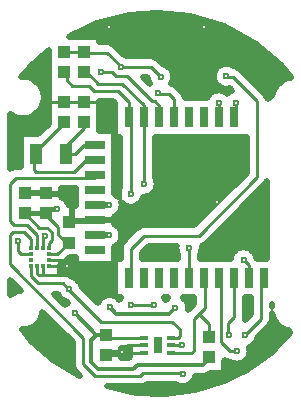
<source format=gbr>
G04 DipTrace 3.2.0.1*
G04 Âåðõíèé.gbr*
%MOIN*%
G04 #@! TF.FileFunction,Copper,L1,Top*
G04 #@! TF.Part,Single*
%ADD35C,0.011811*%
G04 #@! TA.AperFunction,CopperBalancing*
%ADD10C,0.009843*%
G04 #@! TA.AperFunction,ViaPad*
%ADD15C,0.023622*%
G04 #@! TA.AperFunction,CopperBalancing*
%ADD16C,0.019685*%
G04 #@! TA.AperFunction,Conductor*
%ADD17C,0.01378*%
%ADD18C,0.015748*%
%ADD20R,0.03937X0.043307*%
%ADD25R,0.031496X0.066929*%
%ADD26R,0.066929X0.031496*%
%ADD28R,0.031496X0.011811*%
%ADD29R,0.025591X0.05315*%
%ADD32R,0.012795X0.011811*%
%ADD33R,0.011811X0.012795*%
%ADD34R,0.03937X0.070866*%
%FSLAX26Y26*%
G04*
G70*
G90*
G75*
G01*
G04 Top*
%LPD*%
X-162354Y-5085D2*
D16*
X-208661D1*
Y-5315D1*
X-123454Y456072D2*
D10*
X-22442D1*
X10446Y423184D1*
X59495Y-346148D2*
D17*
X37517Y-368126D1*
X-137789D1*
X-160371Y-345543D1*
X-45276Y-446850D2*
D10*
X-160945D1*
X-171260Y-436535D1*
D17*
X-201400D1*
X-205269D1*
X-276787Y-365017D1*
X-201400Y-436535D2*
X-220781Y-455916D1*
Y-527630D1*
X-197387Y-551024D1*
X-80987D1*
X-66757Y-536794D1*
X150504D1*
X161013Y-526285D1*
Y-522845D1*
X171260Y-512598D1*
X-421171Y-168995D2*
D10*
X-454261D1*
X-464083Y-159173D1*
Y-124857D1*
X-362115Y-149310D2*
Y-129909D1*
X-352640Y-120434D1*
Y-95007D1*
X-368014Y-79633D1*
X-394362D1*
X-441541Y-32454D1*
Y-30126D1*
X-334739Y-17765D2*
D18*
X-359531D1*
D10*
X-372499Y-30732D1*
D18*
X-441541D1*
Y-30126D1*
X-372499Y-30732D2*
D10*
Y-37789D1*
X-332643Y-77644D1*
Y-102982D1*
X-313155Y-122470D1*
X-303469D1*
X-296407Y-129532D1*
X-362115Y-168995D2*
X-335870D1*
X-296407Y-129532D1*
X-123454Y456072D2*
Y457930D1*
X-169214Y503690D1*
X-243454D1*
X-244488Y504724D1*
X-313780D1*
X-162345Y-105454D2*
D16*
X-208661Y-105315D1*
X255512Y-248031D2*
D10*
Y-379218D1*
X235636Y-399093D1*
Y-435125D1*
X237304Y-436793D1*
X205512Y-248031D2*
X210850D1*
Y-460396D1*
X241924Y-491470D1*
X264450D1*
X-208661Y-55315D2*
D16*
X-125150D1*
X135822D1*
X196241Y5105D1*
X152938Y589760D2*
D10*
X-159171D1*
X-160852Y588079D1*
X-45276Y-472441D2*
X-97301D1*
X-119341Y-494482D1*
X-45276Y-498031D2*
X-115791D1*
X-119341Y-494482D1*
D18*
X-162277D1*
D10*
X-171260Y-503465D1*
X-125150Y-55315D2*
D17*
Y-181073D1*
X-152913Y-208837D1*
X-302984D1*
X-322844D1*
D10*
Y-208365D1*
X-362115D1*
Y-188680D2*
X-302984D1*
Y-208837D1*
Y-228391D1*
X-312640Y-238047D1*
X-381801D1*
Y-208365D1*
X-303067Y-209196D2*
X-302984Y-208837D1*
X-208661Y-55315D2*
D16*
Y-59239D1*
X-293044D1*
D10*
X-296407Y-62603D1*
D16*
X-285735D1*
Y15223D1*
X-304323Y33811D1*
X-370113D1*
X-372499Y36197D1*
X-441541Y36803D2*
X-372499D1*
Y36197D1*
D10*
Y36803D1*
X-125150Y-55315D2*
Y190990D1*
X-150955Y216795D1*
Y299846D1*
X-190479Y339370D1*
X-244488D1*
X-313780D1*
X-381801Y-238047D2*
X-396177D1*
X-401486Y-232739D1*
Y-208365D1*
X5512Y287402D2*
Y326491D1*
X-9640Y341643D1*
X-18959D1*
X-102484Y425168D1*
X-137236D1*
X-152626Y440558D1*
X-187240D1*
X260538Y335492D2*
Y292428D1*
X255512Y287402D1*
X-421171Y-149310D2*
Y-118970D1*
X-445634Y-94507D1*
X-482490D1*
X-492243Y-104260D1*
Y-202339D1*
X-248202Y-446379D1*
Y-533900D1*
X-208062Y-574041D1*
X-58734D1*
X-50343Y-565650D1*
X83083D1*
Y-567714D1*
X81161Y-472538D2*
X45373D1*
X45276Y-472441D1*
X-89286Y-337463D2*
X-13375D1*
Y-337438D1*
X-89113Y31471D2*
Y282026D1*
X-94488Y287402D1*
X-313780Y437795D2*
X-303724D1*
Y411118D1*
X-284970Y392364D1*
X-228344D1*
X-213182Y377202D1*
X-132573D1*
X-95777Y340406D1*
Y288690D1*
X-94488Y287402D1*
X355512Y-248031D2*
X345365D1*
Y-383505D1*
X291138Y-437732D1*
X203539Y336154D2*
Y289374D1*
X205512Y287402D1*
X55512D2*
Y349001D1*
X38696Y365818D1*
X2458D1*
X568Y367707D1*
X305512Y-248031D2*
Y-205955D1*
X286266Y-186710D1*
X45276Y-498031D2*
X112201D1*
X120709Y-489524D1*
Y-385465D1*
X138243Y-367930D1*
X158081Y-348092D1*
Y-250601D1*
X155512Y-248031D1*
X171260Y-445669D2*
Y-400948D1*
X138243Y-367930D1*
X-421171Y-208365D2*
Y-241615D1*
X-397235Y-265551D1*
X-314720D1*
X-294148Y-286123D1*
X-187360Y-392912D1*
X49329D1*
X74916Y-418499D1*
Y-441308D1*
X69374Y-446850D1*
X45276D1*
X-293861Y-285835D2*
X-294148Y-286123D1*
X-45203Y65382D2*
Y286686D1*
X-44488Y287402D1*
X-244488Y437795D2*
X-236469D1*
X-199192Y400518D1*
X-118175D1*
X-46892Y329236D1*
Y289806D1*
X-44488Y287402D1*
X104684Y-146621D2*
Y-247203D1*
X105512Y-248031D1*
X-376833Y-109175D2*
Y-106900D1*
X-381801D1*
Y-149310D1*
X-208268Y94685D2*
Y86062D1*
X-471857D1*
X-492475Y65444D1*
Y-57223D1*
X-477572Y-72126D1*
X-434969D1*
X-401486Y-105609D1*
Y-149310D1*
X-244488Y272441D2*
Y253602D1*
X-317655Y180436D1*
Y178004D1*
X-306056Y166406D1*
X-208661Y194685D2*
X-246290D1*
X-274570Y166406D1*
X-306056D1*
X-313780Y272441D2*
Y267395D1*
X-409626Y171549D1*
X-404482Y166406D1*
X-208661Y144685D2*
X-239913D1*
X-278412Y106186D1*
X-406552D1*
X-413417Y113051D1*
Y157470D1*
X-404482Y166406D1*
X-94488Y-248031D2*
X-88058D1*
Y-149383D1*
X-44885Y-106210D1*
X137147D1*
X332297Y88940D1*
Y341925D1*
X250572Y423650D1*
X230104D1*
X228940Y424814D1*
D15*
X-376833Y-109175D3*
X237304Y-436793D3*
X264450Y-491470D3*
X196241Y5105D3*
X-162354Y-5085D3*
X260538Y335492D3*
X203539Y336154D3*
X228940Y424814D3*
X568Y367707D3*
X10446Y423184D3*
X-123454Y456072D3*
X152938Y589760D3*
X-160852Y588079D3*
X-187240Y440558D3*
X59495Y-346148D3*
X-160371Y-345543D3*
X291138Y-437732D3*
X286266Y-186710D3*
X-119341Y-494482D3*
X-276787Y-365017D3*
X-303067Y-209196D3*
X-464083Y-124857D3*
X83083Y-567714D3*
X81161Y-472538D3*
X104684Y-146621D3*
X-334739Y-17765D3*
X-293861Y-285835D3*
X-45203Y65382D3*
X-13375Y-337438D3*
X-89286Y-337463D3*
X-89113Y31471D3*
X-162345Y-105454D3*
X-143451Y616685D2*
D16*
X134446D1*
X-209622Y597131D2*
X202196D1*
X-253042Y577577D2*
X244324D1*
X-293017Y558024D2*
X278665D1*
X-161572Y538470D2*
X312970D1*
X-132650Y518916D2*
X340781D1*
X-375012Y499362D2*
X-365743D1*
X-113093D2*
X364356D1*
X-397619Y479808D2*
X-365744D1*
X5612D2*
X387932D1*
X-419257Y460255D2*
X-365744D1*
X32417D2*
X204205D1*
X253678D2*
X410827D1*
X-436554Y440701D2*
X-365744D1*
X50718D2*
X187950D1*
X285329D2*
X427764D1*
X-429520Y421147D2*
X-365744D1*
X54486D2*
X185007D1*
X304886D2*
X444736D1*
X-396542Y401593D2*
X-365744D1*
X48601D2*
X191825D1*
X324442D2*
X402106D1*
X-383625Y382039D2*
X-365744D1*
X74259D2*
X240377D1*
X344000D2*
X387969D1*
X-378314Y362486D2*
X-365715D1*
X90047D2*
X168680D1*
X362874D2*
X380647D1*
X-378780Y342932D2*
X-365734D1*
X-385167Y323378D2*
X-365744D1*
X-192505D2*
X-142508D1*
X-399808Y303824D2*
X-365744D1*
X-192505D2*
X-142508D1*
X-489661Y284270D2*
X-365744D1*
X-192505D2*
X-142508D1*
X-489661Y264717D2*
X-368256D1*
X-192505D2*
X-142508D1*
X-489661Y245163D2*
X-387812D1*
X-192505D2*
X-142508D1*
X-489661Y225609D2*
X-456459D1*
X-489661Y206055D2*
X-456459D1*
X-142913D2*
X-126324D1*
X-7988D2*
X295100D1*
X-489661Y186501D2*
X-456459D1*
X-142913D2*
X-126324D1*
X-7988D2*
X295100D1*
X-489661Y166948D2*
X-456459D1*
X-142913D2*
X-126324D1*
X-7988D2*
X295100D1*
X-489661Y147394D2*
X-456459D1*
X-142913D2*
X-126324D1*
X-7988D2*
X295100D1*
X-489661Y127840D2*
X-456459D1*
X-142518D2*
X-126324D1*
X-7988D2*
X295100D1*
X-142518Y108286D2*
X-126324D1*
X-7988D2*
X295100D1*
X-142518Y88732D2*
X-126324D1*
X-7988D2*
X280280D1*
X-142518Y69178D2*
X-126324D1*
X-1278D2*
X260723D1*
X-320539Y49625D2*
X-274419D1*
X-142518D2*
X-129088D1*
X-4185D2*
X241165D1*
X344789D2*
X362885D1*
X-320539Y30071D2*
X-274419D1*
X-20261D2*
X221644D1*
X325232D2*
X362849D1*
X-301556Y10517D2*
X-274419D1*
X-50583D2*
X202088D1*
X305676D2*
X362814D1*
X-118440Y-9037D2*
X-102640D1*
X-75594D2*
X182531D1*
X286118D2*
X362814D1*
X-125437Y-28591D2*
X162974D1*
X266562D2*
X362777D1*
X-142913Y-48144D2*
X143417D1*
X247005D2*
X362741D1*
X-141693Y-67698D2*
X123861D1*
X227448D2*
X362741D1*
X-122387Y-87252D2*
X-77738D1*
X207891D2*
X362706D1*
X-118261Y-106806D2*
X-97294D1*
X188333D2*
X362669D1*
X-123786Y-126360D2*
X-116707D1*
X168812D2*
X362669D1*
X-142913Y-145913D2*
X-125104D1*
X-32785D2*
X60597D1*
X148790D2*
X273785D1*
X298749D2*
X362634D1*
X-142913Y-165467D2*
X-125248D1*
X-50870D2*
X65046D1*
X144340D2*
X247912D1*
X324622D2*
X362598D1*
X-296785Y-185021D2*
X-274419D1*
X-323446Y-204575D2*
X-142508D1*
X-323446Y-224129D2*
X-142508D1*
X-284799Y-243682D2*
X-142508D1*
X-489661Y-263236D2*
X-483167D1*
X-256343D2*
X-142508D1*
X-489661Y-282790D2*
X-463600D1*
X-245685D2*
X-142508D1*
X-226129Y-302344D2*
X-142508D1*
X-206571Y-321898D2*
X-197196D1*
X95896D2*
X120882D1*
X292720D2*
X308161D1*
X103324Y-341451D2*
X112916D1*
X292720D2*
X308161D1*
X292720Y-361005D2*
X308161D1*
X-387285Y-380559D2*
X-365815D1*
X-400597Y-400113D2*
X-346259D1*
X378412D2*
X395181D1*
X-450584Y-419667D2*
X-326702D1*
X361009D2*
X424570D1*
X-434257Y-439220D2*
X-307144D1*
X341451D2*
X432715D1*
X-417749Y-458774D2*
X-287623D1*
X329610D2*
X413446D1*
X-395538Y-478328D2*
X-285399D1*
X306429D2*
X394211D1*
X-373361Y-497882D2*
X-285399D1*
X-119301D2*
X-93311D1*
X308043D2*
X374942D1*
X-351185Y-517436D2*
X-285399D1*
X299575D2*
X347957D1*
X-320361Y-536990D2*
X-285256D1*
X223214D2*
X320685D1*
X-287885Y-556543D2*
X-277181D1*
X223214D2*
X292373D1*
X126325Y-576097D2*
X252433D1*
X116566Y-595651D2*
X208727D1*
X-138894Y-615205D2*
X145139D1*
X12251Y-634759D2*
X29808D1*
X306446Y-494776D2*
X305412Y-501304D1*
X303370Y-507591D1*
X300369Y-513480D1*
X296483Y-518828D1*
X291808Y-523503D1*
X286461Y-527388D1*
X280571Y-530390D1*
X274285Y-532432D1*
X267756Y-533466D1*
X261144D1*
X254615Y-532432D1*
X248329Y-530390D1*
X242440Y-527388D1*
X241419Y-526706D1*
X236412Y-526273D1*
X231035Y-524982D1*
X225927Y-522866D1*
X223504Y-521508D1*
X221260Y-524934D1*
Y-564567D1*
X175293D1*
X169944Y-568516D1*
X164741Y-571167D1*
X159189Y-572971D1*
X153423Y-573885D1*
X124703Y-573999D1*
X123147Y-580731D1*
X120617Y-586839D1*
X117163Y-592475D1*
X112870Y-597501D1*
X107844Y-601794D1*
X102207Y-605248D1*
X96100Y-607778D1*
X89673Y-609322D1*
X83083Y-609840D1*
X76492Y-609322D1*
X70066Y-607778D1*
X63958Y-605248D1*
X58322Y-601794D1*
X57175Y-600891D1*
X-35945Y-600886D1*
X-40323Y-604084D1*
X-45249Y-606594D1*
X-50508Y-608303D1*
X-55969Y-609168D1*
X-113852Y-609277D1*
X-167499D1*
X-70573Y-630829D1*
X26123Y-635529D1*
X124957Y-622021D1*
X220824Y-592537D1*
X297690Y-554903D1*
X376295Y-498518D1*
X442287Y-431480D1*
X436543Y-422264D1*
X427488Y-419982D1*
X417480Y-415836D1*
X408244Y-410176D1*
X400008Y-403142D1*
X392974Y-394906D1*
X387314Y-385669D1*
X383168Y-375661D1*
X380640Y-365129D1*
X380492Y-386270D1*
X379627Y-391731D1*
X377919Y-396990D1*
X375408Y-401916D1*
X372159Y-406390D1*
X332398Y-446304D1*
X330058Y-453853D1*
X327056Y-459743D1*
X323171Y-465091D1*
X318496Y-469765D1*
X313148Y-473651D1*
X307259Y-476652D1*
X304289Y-477747D1*
X306058Y-484879D1*
X306576Y-491470D1*
X306446Y-494776D1*
X-120358Y-8391D2*
X-121392Y-14920D1*
X-123434Y-21206D1*
X-126436Y-27096D1*
X-130322Y-32444D1*
X-134996Y-37118D1*
X-140344Y-41004D1*
X-144885Y-43383D1*
X-144882Y-67110D1*
X-140335Y-69535D1*
X-134987Y-73421D1*
X-130312Y-78096D1*
X-126427Y-83444D1*
X-123425Y-89333D1*
X-121383Y-95619D1*
X-120349Y-102148D1*
Y-108760D1*
X-121383Y-115289D1*
X-123425Y-121575D1*
X-126427Y-127465D1*
X-130312Y-132812D1*
X-134987Y-137487D1*
X-140335Y-141373D1*
X-144875Y-143752D1*
X-144882Y-201378D1*
X-272441D1*
Y-179310D1*
X-293041Y-179298D1*
X-309682Y-195789D1*
X-314156Y-199038D1*
X-319083Y-201549D1*
X-324352Y-203260D1*
X-325438Y-205215D1*
X-325403Y-230312D1*
X-311955Y-230424D1*
X-306495Y-231289D1*
X-301236Y-232997D1*
X-296310Y-235508D1*
X-291836Y-238757D1*
X-285974Y-244467D1*
X-280844Y-245770D1*
X-274736Y-248301D1*
X-269100Y-251755D1*
X-264073Y-256047D1*
X-259781Y-261073D1*
X-256327Y-266710D1*
X-253797Y-272818D1*
X-252518Y-277915D1*
X-199783Y-330656D1*
X-196290Y-323533D1*
X-192404Y-318185D1*
X-187730Y-313510D1*
X-182382Y-309625D1*
X-176492Y-306623D1*
X-170206Y-304581D1*
X-163677Y-303547D1*
X-157066D1*
X-150537Y-304581D1*
X-144251Y-306623D1*
X-140559Y-308394D1*
X-140551Y-184252D1*
X-123291D1*
X-123185Y-146618D1*
X-122320Y-141157D1*
X-120612Y-135899D1*
X-118101Y-130972D1*
X-114852Y-126499D1*
X-73999Y-85493D1*
X-67769Y-79416D1*
X-63295Y-76167D1*
X-58369Y-73656D1*
X-53110Y-71948D1*
X-47650Y-71083D1*
X10234Y-70974D1*
X122587D1*
X297080Y103555D1*
X297060Y223613D1*
X109449Y223657D1*
X-3543Y223622D1*
X-9966D1*
X-9967Y88497D1*
X-6283Y81503D1*
X-4241Y75217D1*
X-3207Y68688D1*
Y62076D1*
X-4241Y55547D1*
X-6283Y49261D1*
X-9285Y43371D1*
X-13171Y38024D1*
X-17845Y33349D1*
X-23193Y29463D1*
X-29083Y26462D1*
X-35369Y24420D1*
X-41898Y23386D1*
X-47773Y23357D1*
X-49049Y18454D1*
X-51579Y12346D1*
X-55033Y6710D1*
X-59325Y1684D1*
X-64352Y-2609D1*
X-69988Y-6063D1*
X-76096Y-8593D1*
X-82522Y-10136D1*
X-89113Y-10655D1*
X-95703Y-10136D1*
X-102130Y-8593D1*
X-108238Y-6063D1*
X-113874Y-2609D1*
X-118900Y1684D1*
X-121282Y4285D1*
X-120358Y-1780D1*
Y-8391D1*
X-144885Y33213D2*
X-140344Y30833D1*
X-134996Y26948D1*
X-130185Y22101D1*
X-131109Y28165D1*
Y34777D1*
X-130075Y41306D1*
X-128033Y47592D1*
X-125031Y53482D1*
X-124349Y54503D1*
Y223631D1*
X-140551Y223622D1*
Y335329D1*
X-147157Y341954D1*
X-194474Y341966D1*
X-194488Y240764D1*
X-144882Y240748D1*
Y140761D1*
X-144488Y140748D1*
Y48622D1*
X-144883D1*
X-144882Y33248D1*
X90655Y351181D2*
X164172D1*
X167621Y358164D1*
X171507Y363512D1*
X176181Y368186D1*
X181529Y372072D1*
X187419Y375073D1*
X193705Y377115D1*
X200234Y378150D1*
X206845D1*
X213374Y377115D1*
X219660Y375073D1*
X225550Y372072D1*
X230898Y368186D1*
X232369Y366827D1*
X238528Y371411D1*
X244417Y374412D1*
X248552Y375848D1*
X240165Y384224D1*
X235530Y383206D1*
X228940Y382688D1*
X222349Y383206D1*
X215923Y384749D1*
X209815Y387280D1*
X204178Y390734D1*
X199152Y395026D1*
X194860Y400052D1*
X191406Y405689D1*
X188875Y411797D1*
X187332Y418223D1*
X186814Y424814D1*
X187332Y431404D1*
X188875Y437831D1*
X191406Y443938D1*
X194860Y449575D1*
X199152Y454601D1*
X204178Y458894D1*
X209815Y462348D1*
X215923Y464878D1*
X222349Y466421D1*
X228940Y466940D1*
X235530Y466421D1*
X241957Y464878D1*
X248064Y462348D1*
X253913Y458726D1*
X258798Y457912D1*
X264056Y456203D1*
X268983Y453693D1*
X273457Y450444D1*
X314462Y409591D1*
X359091Y364810D1*
X362340Y360336D1*
X364850Y355409D1*
X366562Y350140D1*
X367385Y348531D1*
X384487Y364176D1*
X385525Y369526D1*
X388682Y379240D1*
X393319Y388341D1*
X399323Y396605D1*
X406545Y403827D1*
X414808Y409831D1*
X423909Y414467D1*
X433623Y417625D1*
X443711Y419222D1*
X445367Y419287D1*
X441681Y426945D1*
X411022Y462277D1*
X328424Y530801D1*
X219988Y592564D1*
X107257Y625096D1*
X-2719Y636206D1*
X-95740Y629932D1*
X-201219Y601801D1*
X-287047Y563140D1*
X-297084Y556684D1*
X-194488Y556693D1*
Y538930D1*
X-166449Y538818D1*
X-160988Y537953D1*
X-155730Y536244D1*
X-150803Y533734D1*
X-146329Y530484D1*
X-112403Y496711D1*
X-107333Y494992D1*
X-101444Y491991D1*
X-100423Y491308D1*
X-19677Y491199D1*
X-14217Y490335D1*
X-8958Y488626D1*
X-4031Y486115D1*
X442Y482866D1*
X19043Y464419D1*
X23463Y463248D1*
X29571Y460718D1*
X35207Y457264D1*
X40234Y452971D1*
X44526Y447945D1*
X47980Y442308D1*
X50510Y436201D1*
X52054Y429774D1*
X52572Y423184D1*
X52054Y416593D1*
X50510Y410167D1*
X47980Y404059D1*
X45798Y400324D1*
X52180Y398371D1*
X57106Y395861D1*
X61580Y392612D1*
X80428Y373917D1*
X84018Y369713D1*
X86908Y364999D1*
X89024Y359890D1*
X90315Y354513D1*
X90640Y351755D1*
X-52814Y-184252D2*
X69483D1*
X69448Y-169730D1*
X65764Y-162741D1*
X63722Y-156455D1*
X62688Y-149927D1*
Y-143315D1*
X62908Y-141455D1*
X-30324Y-141446D1*
X-52828Y-163986D1*
X-52822Y-184227D1*
X-122669Y-311811D2*
X-135157D1*
X-130584Y-315756D1*
X-127354Y-319433D1*
X-123366Y-312702D1*
X-122671Y-311819D1*
X35081Y-311811D2*
X20083D1*
X24159Y-318314D1*
X25517Y-321259D1*
X29707Y-316361D1*
X35110Y-311816D1*
X139937Y-184252D2*
X244243D1*
X244659Y-180119D1*
X246202Y-173693D1*
X248732Y-167585D1*
X252186Y-161949D1*
X256479Y-156923D1*
X261505Y-152630D1*
X267142Y-149176D1*
X273249Y-146646D1*
X279676Y-145102D1*
X286266Y-144584D1*
X292857Y-145102D1*
X299283Y-146646D1*
X305391Y-149176D1*
X311028Y-152630D1*
X316054Y-156923D1*
X320346Y-161949D1*
X323801Y-167585D1*
X326331Y-173693D1*
X327469Y-178080D1*
X332312Y-183080D1*
X342126Y-184252D1*
X364531D1*
X364850Y75455D1*
X362340Y70529D1*
X359091Y66055D1*
X318238Y25050D1*
X160031Y-133004D1*
X155558Y-136253D1*
X150631Y-138764D1*
X148025Y-139724D1*
X146680Y-143315D1*
Y-149927D1*
X145646Y-156455D1*
X143604Y-162741D1*
X140602Y-168631D1*
X139920Y-169652D1*
Y-184264D1*
X109483Y-311811D2*
X83933D1*
X89282Y-316361D1*
X93575Y-321387D1*
X97029Y-327024D1*
X99559Y-333131D1*
X101102Y-339558D1*
X101621Y-346148D1*
X101102Y-352739D1*
X100479Y-355869D1*
X122843Y-333500D1*
X122845Y-311812D1*
X109449Y-311776D1*
X309483Y-311811D2*
X290752D1*
X290639Y-381983D1*
X289772Y-387454D1*
X292205Y-386833D1*
X310144Y-368894D1*
X310129Y-311845D1*
X309449Y-311776D1*
X-272409Y-1378D2*
X-272572Y50825D1*
X-322487D1*
X-322499Y22547D1*
X-315614Y19769D1*
X-309978Y16315D1*
X-304951Y12022D1*
X-300659Y6996D1*
X-297205Y1360D1*
X-294675Y-4748D1*
X-293678Y-8425D1*
X-272441Y-8432D1*
Y-1391D1*
X-27009Y399538D2*
X-25299Y400916D1*
X-28474Y407063D1*
X-30516Y413349D1*
X-30756Y414554D1*
X-37028Y420825D1*
X-48315Y420836D1*
X-27049Y399564D1*
X-91337Y-483071D2*
X-91339Y-482102D1*
X-121243Y-482087D1*
X-121260Y-513812D1*
X-96373Y-513819D1*
X-91339Y-508661D1*
Y-483076D1*
X-307987Y-336757D2*
X-304146Y-332984D1*
X-300119Y-329982D1*
X-303696Y-326797D1*
X-309982Y-324755D1*
X-315871Y-321753D1*
X-321219Y-317867D1*
X-325894Y-313193D1*
X-329780Y-307845D1*
X-332781Y-301955D1*
X-333214Y-300780D1*
X-343908Y-300841D1*
X-308004Y-336745D1*
X-363780Y391316D2*
Y510781D1*
X-417925Y463963D1*
X-454077Y423163D1*
X-443403Y423147D1*
X-432705Y421453D1*
X-422403Y418105D1*
X-412752Y413188D1*
X-403988Y406820D1*
X-396329Y399161D1*
X-389962Y390398D1*
X-385045Y380747D1*
X-381697Y370445D1*
X-380003Y359747D1*
Y348915D1*
X-381697Y338217D1*
X-385045Y327915D1*
X-389962Y318264D1*
X-396329Y309500D1*
X-403988Y301841D1*
X-412752Y295474D1*
X-422403Y290556D1*
X-432705Y287209D1*
X-443403Y285514D1*
X-454235D1*
X-464933Y287209D1*
X-475235Y290556D1*
X-484886Y295474D1*
X-491638Y300255D1*
X-491648Y115213D1*
X-487854Y117458D1*
X-482745Y119573D1*
X-477369Y120865D1*
X-471846Y121298D1*
X-454453D1*
X-454482Y232154D1*
X-398825D1*
X-363774Y267232D1*
X-363773Y391339D1*
X380602Y-343848D2*
X382416Y-335669D1*
X380601Y-339895D1*
Y-343806D1*
X-384038Y-360370D2*
X-385525Y-369526D1*
X-388682Y-379240D1*
X-393319Y-388341D1*
X-399323Y-396605D1*
X-406545Y-403827D1*
X-414808Y-409831D1*
X-423909Y-414467D1*
X-433623Y-417625D1*
X-443711Y-419222D1*
X-452869Y-419264D1*
X-420539Y-458035D1*
X-349639Y-520537D1*
X-267062Y-570265D1*
X-257816Y-574109D1*
X-274996Y-556785D1*
X-278245Y-552311D1*
X-280756Y-547385D1*
X-282465Y-542126D1*
X-283329Y-536665D1*
X-283438Y-478782D1*
Y-460948D1*
X-384028Y-360386D1*
X-491635Y-305336D2*
X-487079Y-301671D1*
X-478370Y-296333D1*
X-468933Y-292425D1*
X-459001Y-290041D1*
X-454999Y-289415D1*
X-491664Y-252749D1*
X-491648Y-305349D1*
X-208661Y-55315D2*
D10*
X-144917D1*
X-171260Y-503465D2*
X-121295D1*
X-372499Y36197D2*
X-322534D1*
X-290902Y-8467D2*
Y-60400D1*
X-363744Y339370D2*
X-313780D1*
X-244488D2*
X-194524D1*
D20*
X171260Y-445669D3*
Y-512598D3*
D25*
X-94488Y287402D3*
X-44488D3*
X5512D3*
X55512D3*
X105512D3*
X155512D3*
X205512D3*
X255512D3*
X-94488Y-248031D3*
X-44488D3*
X5512D3*
X55512D3*
X105512D3*
X155512D3*
X205512D3*
X255512D3*
X305512D3*
X355512D3*
D26*
X-208661Y44685D3*
Y-5315D3*
X-208268Y94685D3*
X-208661Y-55315D3*
Y144685D3*
Y-105315D3*
Y194685D3*
Y-155315D3*
D28*
X-45276Y-446850D3*
Y-472441D3*
Y-498031D3*
X45276D3*
Y-472441D3*
Y-446850D3*
D29*
X0Y-472441D3*
D20*
X-171260Y-503465D3*
Y-436535D3*
D32*
X-421171Y-149310D3*
Y-168995D3*
Y-188680D3*
Y-208365D3*
D33*
X-401486D3*
X-381801D3*
D32*
X-362115D3*
Y-188680D3*
Y-168995D3*
Y-149310D3*
D33*
X-381801D3*
X-401486D3*
D20*
X-441541Y-30126D3*
Y36803D3*
X-372499Y-30732D3*
Y36197D3*
X-296407Y-62603D3*
Y-129532D3*
X-313780Y437795D3*
Y504724D3*
X-244488Y437795D3*
Y504724D3*
D34*
X-404482Y166406D3*
X-306056D3*
D20*
X-313780Y272441D3*
Y339370D3*
X-244488Y272441D3*
Y339370D3*
G04 Top Clear*
%LPC*%
D35*
X-376833Y-109175D3*
X237304Y-436793D3*
X264450Y-491470D3*
X196241Y5105D3*
X-162354Y-5085D3*
X260538Y335492D3*
X203539Y336154D3*
X228940Y424814D3*
X568Y367707D3*
X10446Y423184D3*
X-123454Y456072D3*
X152938Y589760D3*
X-160852Y588079D3*
X-187240Y440558D3*
X59495Y-346148D3*
X-160371Y-345543D3*
X291138Y-437732D3*
X286266Y-186710D3*
X-119341Y-494482D3*
X-276787Y-365017D3*
X-303067Y-209196D3*
X-464083Y-124857D3*
X83083Y-567714D3*
X81161Y-472538D3*
X104684Y-146621D3*
X-334739Y-17765D3*
X-293861Y-285835D3*
X-45203Y65382D3*
X-13375Y-337438D3*
X-89286Y-337463D3*
X-89113Y31471D3*
X-162345Y-105454D3*
M02*

</source>
